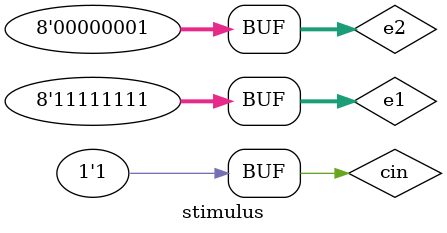
<source format=v>
`timescale 1ns / 1ps
module stimulus;
    // Inputs
    reg [7:0] e1;
    reg [7:0] e2;
    reg cin;

    // Outputs
    wire [7:0] s;
    wire cout;

    // Instantiate the Unit Under Test (UUT)
    sixteen_bit_add uut (
        e1,
        e2,
        cin,
        s,
        cout
    );

    initial begin
        $dumpfile("test.vcd");
        $dumpvars(0,stimulus);
	
	e1 = 8'b00000000; e2 = 8'b00000000; cin = 0;
	#20 cin = 1;
	#20 e2 = 8'b00000001; cin = 0;
	#20 cin = 1;
	#20 e1 = 8'b00000001; e2 = 8'b00000000; cin = 0;
	#20 cin = 1;
	#20 e2 = 8'b11111111; cin = 0;
	#20 cin = 1;
	#20 e1 = 8'b11111111; e2 = 8'b00000001; cin = 0;
	#20 cin = 1;
	#40;
    end
       

    initial begin
        $monitor("t=%3d e1=%d e2=%d cin=%d => s=%d cout=%d",
                 $time, e1, e2, cin, s, cout);
    end
endmodule

</source>
